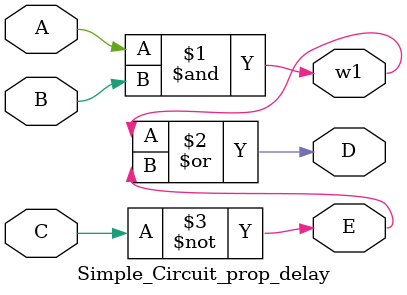
<source format=v>
module	Simple_Circuit_prop_delay(A, B, C, D, E, w1);
	output	D, E, w1;
	input	A, B, C;
	//wire	w1;
	
	and		#(30)G1(w1, A, B);
	or		#(20)G3(D, w1, E);
	not		#(10)G2(E, C);
endmodule
</source>
